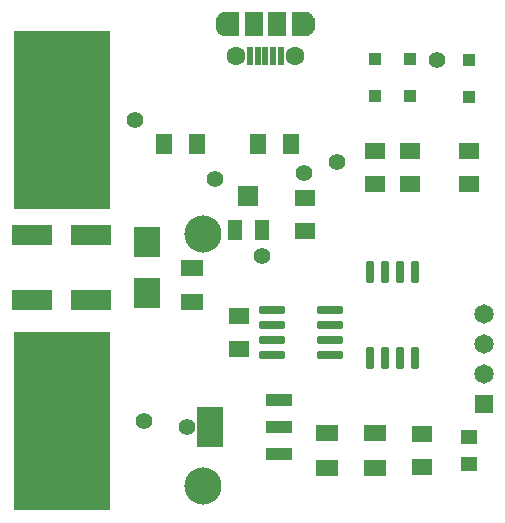
<source format=gts>
G04*
G04 #@! TF.GenerationSoftware,Altium Limited,Altium Designer,21.0.9 (235)*
G04*
G04 Layer_Color=8388736*
%FSLAX25Y25*%
%MOIN*%
G70*
G04*
G04 #@! TF.SameCoordinates,F2DB6EBA-4697-400F-9171-178E4C064C3E*
G04*
G04*
G04 #@! TF.FilePolarity,Negative*
G04*
G01*
G75*
%ADD15C,0.01968*%
%ADD32R,0.02165X0.05906*%
%ADD33R,0.06496X0.08071*%
%ADD34R,0.05315X0.07087*%
G04:AMPARAMS|DCode=35|XSize=73.23mil|YSize=28.74mil|CornerRadius=5.81mil|HoleSize=0mil|Usage=FLASHONLY|Rotation=270.000|XOffset=0mil|YOffset=0mil|HoleType=Round|Shape=RoundedRectangle|*
%AMROUNDEDRECTD35*
21,1,0.07323,0.01713,0,0,270.0*
21,1,0.06161,0.02874,0,0,270.0*
1,1,0.01161,-0.00856,-0.03081*
1,1,0.01161,-0.00856,0.03081*
1,1,0.01161,0.00856,0.03081*
1,1,0.01161,0.00856,-0.03081*
%
%ADD35ROUNDEDRECTD35*%
%ADD36R,0.09055X0.04331*%
%ADD37R,0.09055X0.13386*%
G04:AMPARAMS|DCode=38|XSize=83.46mil|YSize=29.53mil|CornerRadius=5.91mil|HoleSize=0mil|Usage=FLASHONLY|Rotation=180.000|XOffset=0mil|YOffset=0mil|HoleType=Round|Shape=RoundedRectangle|*
%AMROUNDEDRECTD38*
21,1,0.08346,0.01772,0,0,180.0*
21,1,0.07165,0.02953,0,0,180.0*
1,1,0.01181,-0.03583,0.00886*
1,1,0.01181,0.03583,0.00886*
1,1,0.01181,0.03583,-0.00886*
1,1,0.01181,-0.03583,-0.00886*
%
%ADD38ROUNDEDRECTD38*%
%ADD39R,0.05709X0.05118*%
%ADD40R,0.13386X0.07087*%
%ADD41R,0.32087X0.59646*%
%ADD42R,0.07087X0.05315*%
%ADD43R,0.07677X0.05709*%
%ADD44R,0.04921X0.06890*%
%ADD45R,0.06890X0.06890*%
%ADD46R,0.09055X0.10236*%
%ADD47R,0.04331X0.04134*%
%ADD48C,0.12402*%
%ADD49R,0.06496X0.06496*%
%ADD50C,0.06496*%
%ADD51C,0.06299*%
%ADD52C,0.05591*%
G36*
X202605Y396159D02*
X202651Y396148D01*
X202694Y396130D01*
X202733Y396106D01*
X202768Y396076D01*
X202799Y396040D01*
X202823Y396001D01*
X202841Y395958D01*
X202852Y395913D01*
X202855Y395866D01*
Y388386D01*
X202852Y388339D01*
X202841Y388294D01*
X202823Y388251D01*
X202799Y388212D01*
X202768Y388176D01*
X202733Y388146D01*
X202694Y388122D01*
X202651Y388104D01*
X202605Y388093D01*
X202559Y388090D01*
X197441D01*
X197395Y388093D01*
X197349Y388104D01*
X197307Y388122D01*
X197267Y388146D01*
X197231Y388176D01*
X197201Y388212D01*
X197177Y388251D01*
X197159Y388294D01*
X197148Y388339D01*
X197145Y388386D01*
Y390058D01*
X195473D01*
X195426Y390062D01*
X195381Y390072D01*
X195338Y390090D01*
X195298Y390115D01*
X195268Y390140D01*
X195263Y390145D01*
Y390145D01*
X195263D01*
X195259Y390150D01*
X195233Y390180D01*
X195209Y390220D01*
X195191Y390263D01*
X195180Y390308D01*
X195176Y390354D01*
X195176Y393898D01*
D01*
Y393898D01*
X195180Y393944D01*
X195191Y393989D01*
X195209Y394032D01*
X195233Y394072D01*
X195259Y394102D01*
X195263Y394107D01*
X195263D01*
Y394107D01*
X195268Y394111D01*
X195298Y394137D01*
X195338Y394162D01*
X195381Y394179D01*
X195426Y394190D01*
X195472Y394194D01*
X195472D01*
D01*
X197145D01*
Y395866D01*
X197148Y395913D01*
X197159Y395958D01*
X197177Y396001D01*
X197201Y396040D01*
X197231Y396076D01*
X197267Y396106D01*
X197307Y396130D01*
X197349Y396148D01*
X197395Y396159D01*
X197441Y396162D01*
X202559D01*
X202605Y396159D01*
D02*
G37*
G36*
X225834D02*
X225879Y396148D01*
X225922Y396130D01*
X225961Y396106D01*
X225997Y396076D01*
X226027Y396040D01*
X226051Y396001D01*
X226069Y395958D01*
X226080Y395913D01*
X226084Y395866D01*
Y394194D01*
X227756D01*
X227802Y394190D01*
X227847Y394179D01*
X227890Y394162D01*
X227930Y394137D01*
X227960Y394112D01*
X227965Y394107D01*
Y394107D01*
X227965D01*
X227970Y394102D01*
X227995Y394072D01*
X228020Y394032D01*
X228038Y393989D01*
X228048Y393944D01*
X228052Y393898D01*
X228052Y390354D01*
D01*
Y390354D01*
X228048Y390308D01*
X228038Y390263D01*
X228020Y390220D01*
X227995Y390180D01*
X227970Y390150D01*
X227965Y390145D01*
X227965D01*
Y390145D01*
X227960Y390141D01*
X227930Y390115D01*
X227890Y390090D01*
X227847Y390073D01*
X227802Y390062D01*
X227756Y390058D01*
X227756D01*
D01*
X226084D01*
Y388386D01*
X226080Y388339D01*
X226069Y388294D01*
X226051Y388251D01*
X226027Y388212D01*
X225997Y388176D01*
X225961Y388146D01*
X225922Y388122D01*
X225879Y388104D01*
X225834Y388093D01*
X225787Y388090D01*
X220669D01*
X220623Y388093D01*
X220578Y388104D01*
X220535Y388122D01*
X220495Y388146D01*
X220460Y388176D01*
X220430Y388212D01*
X220405Y388251D01*
X220388Y388294D01*
X220377Y388339D01*
X220373Y388386D01*
Y395866D01*
X220377Y395913D01*
X220388Y395958D01*
X220405Y396001D01*
X220430Y396040D01*
X220460Y396076D01*
X220495Y396106D01*
X220535Y396130D01*
X220578Y396148D01*
X220623Y396159D01*
X220669Y396162D01*
X225787D01*
X225834Y396159D01*
D02*
G37*
D15*
X197835Y389452D02*
X198425Y390354D01*
X197835Y391256D02*
X196902Y391178D01*
X196457Y390354D01*
X196902Y389531D01*
X197835Y389452D01*
X198425Y390354D02*
X197835Y391256D01*
X226772Y393898D02*
X226279Y394750D01*
X225295D01*
X224803Y393898D01*
X225295Y393045D01*
X226279D01*
X226772Y393898D01*
Y390354D02*
X226279Y391207D01*
X225295D01*
X224803Y390354D01*
X225295Y389502D01*
X226279D01*
X226772Y390354D01*
X198425Y393898D02*
X197933Y394750D01*
X196949D01*
X196457Y393898D01*
X196949Y393045D01*
X197933D01*
X198425Y393898D01*
D32*
X216732Y381496D02*
D03*
X214173D02*
D03*
X211614D02*
D03*
X209055D02*
D03*
X206496D02*
D03*
D33*
X215551Y392126D02*
D03*
X207677D02*
D03*
D34*
X177953Y352362D02*
D03*
X188976D02*
D03*
X220079D02*
D03*
X209055D02*
D03*
D35*
X261437Y309567D02*
D03*
X256437D02*
D03*
X251437D02*
D03*
X246437D02*
D03*
Y280984D02*
D03*
X251437D02*
D03*
X256437D02*
D03*
X261437D02*
D03*
D36*
X216142Y248819D02*
D03*
Y257874D02*
D03*
Y266929D02*
D03*
D37*
X193307Y257874D02*
D03*
D38*
X213701Y281870D02*
D03*
Y286870D02*
D03*
Y291870D02*
D03*
Y296870D02*
D03*
X233150D02*
D03*
Y291870D02*
D03*
Y286870D02*
D03*
Y281870D02*
D03*
D39*
X279528Y245571D02*
D03*
Y254429D02*
D03*
D40*
X153544Y300098D02*
D03*
Y321949D02*
D03*
X133859Y300098D02*
D03*
Y321949D02*
D03*
D41*
X143701Y360236D02*
D03*
Y259842D02*
D03*
D42*
X202756Y283858D02*
D03*
Y294882D02*
D03*
X224803Y334252D02*
D03*
Y323228D02*
D03*
X279528Y338976D02*
D03*
Y350000D02*
D03*
X259842Y338976D02*
D03*
Y350000D02*
D03*
X248031Y338976D02*
D03*
Y350000D02*
D03*
X263779Y244488D02*
D03*
Y255512D02*
D03*
D43*
X187008Y299410D02*
D03*
Y310827D02*
D03*
X248031Y244291D02*
D03*
Y255709D02*
D03*
X232283D02*
D03*
Y244291D02*
D03*
D44*
X210433Y323425D02*
D03*
X201378D02*
D03*
D45*
X205906Y334842D02*
D03*
D46*
X172244Y319488D02*
D03*
Y302559D02*
D03*
D47*
X259842Y380512D02*
D03*
Y368110D02*
D03*
X279528Y380217D02*
D03*
Y367815D02*
D03*
X248031Y380512D02*
D03*
Y368110D02*
D03*
D48*
X190945Y322047D02*
D03*
Y238189D02*
D03*
D49*
X284449Y265591D02*
D03*
D50*
Y275590D02*
D03*
Y285591D02*
D03*
Y295590D02*
D03*
D51*
X201772Y381496D02*
D03*
X221457D02*
D03*
D52*
X185327Y257874D02*
D03*
X171260Y259842D02*
D03*
X168307Y360236D02*
D03*
X235433Y346063D02*
D03*
X268898Y380315D02*
D03*
X210630Y314961D02*
D03*
X224410Y342520D02*
D03*
X194882Y340551D02*
D03*
M02*

</source>
